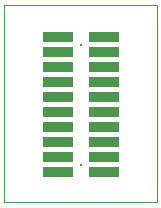
<source format=gbs>
G04 Layer_Color=16711935*
%FSLAX25Y25*%
%MOIN*%
G70*
G01*
G75*
%ADD14C,0.00394*%
%ADD22C,0.00800*%
%ADD23R,0.10300X0.03800*%
D14*
X100000Y100000D02*
X150787D01*
Y165748D01*
X100000D02*
X150787D01*
X100000Y100000D02*
Y165748D01*
D22*
X125641Y152539D02*
D03*
Y112539D02*
D03*
D23*
X133318Y155039D02*
D03*
Y145039D02*
D03*
Y140039D02*
D03*
Y135039D02*
D03*
Y130039D02*
D03*
Y125039D02*
D03*
Y120039D02*
D03*
Y115039D02*
D03*
Y110039D02*
D03*
Y150039D02*
D03*
X117964Y110039D02*
D03*
Y120039D02*
D03*
Y125039D02*
D03*
Y130039D02*
D03*
Y135039D02*
D03*
Y140039D02*
D03*
Y145039D02*
D03*
Y150039D02*
D03*
Y155039D02*
D03*
Y115039D02*
D03*
M02*

</source>
